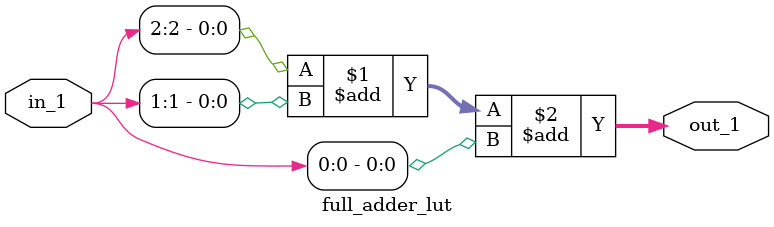
<source format=v>
`timescale 1ns / 1ps
/**
Company: SUSTech-EE332
Engineer: pachina

Create Date: 02/27/2024 02:53:02 AM
Design Name: Full Adder using Gate-level RTL
Module Name: full_adder_g
Project Name:
Target Devices: XC7A100T-1CSG324C
Tool Versions:
Description:
Full adder using gate-level RTL simulation.
$$ FA:{c_0,a,b}|->{c_1,s} $$
$$ c_1=AB+BC+CA$$

Dependencies:

Revision:
Revision 0.01 - File Created
Additional Comments:

*/


module full_adder_lut (
  input  wire [2:0] in_1,
  output wire [1:0] out_1
);

  assign out_1 = in_1[2] + in_1[1] + in_1[0];

endmodule

</source>
